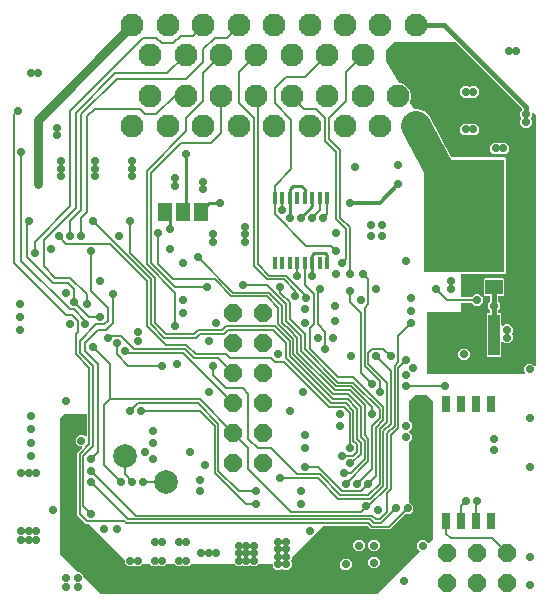
<source format=gbl>
G04 EAGLE Gerber RS-274X export*
G75*
%MOMM*%
%FSLAX34Y34*%
%LPD*%
%INBottom Copper*%
%IPPOS*%
%AMOC8*
5,1,8,0,0,1.08239X$1,22.5*%
G01*
%ADD10R,1.000000X3.400000*%
%ADD11R,6.800000X9.600000*%
%ADD12R,1.500000X1.300000*%
%ADD13C,1.950000*%
%ADD14R,0.685800X1.346200*%
%ADD15R,1.168400X1.600200*%
%ADD16P,1.649562X8X22.500000*%
%ADD17R,0.400000X1.000000*%
%ADD18P,1.649562X8X292.500000*%
%ADD19C,2.000000*%
%ADD20C,0.711200*%
%ADD21C,0.152400*%
%ADD22C,0.254000*%
%ADD23C,0.203200*%
%ADD24C,0.762000*%
%ADD25C,0.406400*%
%ADD26C,0.304800*%
%ADD27C,1.524000*%
%ADD28C,2.540000*%

G36*
X436267Y189489D02*
X436267Y189489D01*
X436296Y189486D01*
X436408Y189509D01*
X436520Y189525D01*
X436546Y189537D01*
X436575Y189542D01*
X436676Y189595D01*
X436779Y189641D01*
X436801Y189660D01*
X436828Y189673D01*
X436910Y189751D01*
X436996Y189825D01*
X437012Y189849D01*
X437034Y189869D01*
X437091Y189967D01*
X437154Y190061D01*
X437163Y190089D01*
X437177Y190114D01*
X437205Y190224D01*
X437239Y190332D01*
X437240Y190362D01*
X437247Y190390D01*
X437244Y190503D01*
X437247Y190616D01*
X437239Y190645D01*
X437238Y190674D01*
X437204Y190782D01*
X437175Y190891D01*
X437160Y190917D01*
X437151Y190945D01*
X437105Y191009D01*
X437030Y191136D01*
X436984Y191179D01*
X436956Y191218D01*
X436498Y191676D01*
X436498Y195674D01*
X439326Y198502D01*
X443324Y198502D01*
X445091Y196735D01*
X445115Y196717D01*
X445134Y196695D01*
X445228Y196632D01*
X445318Y196564D01*
X445346Y196554D01*
X445370Y196537D01*
X445478Y196503D01*
X445584Y196463D01*
X445613Y196460D01*
X445641Y196451D01*
X445755Y196449D01*
X445867Y196439D01*
X445896Y196445D01*
X445925Y196444D01*
X446035Y196473D01*
X446146Y196495D01*
X446172Y196509D01*
X446200Y196516D01*
X446298Y196574D01*
X446398Y196626D01*
X446420Y196646D01*
X446445Y196661D01*
X446522Y196744D01*
X446604Y196822D01*
X446619Y196847D01*
X446639Y196869D01*
X446691Y196969D01*
X446748Y197067D01*
X446755Y197096D01*
X446769Y197122D01*
X446782Y197199D01*
X446818Y197343D01*
X446816Y197405D01*
X446824Y197453D01*
X446824Y408266D01*
X446812Y408353D01*
X446809Y408440D01*
X446792Y408493D01*
X446784Y408547D01*
X446749Y408627D01*
X446722Y408711D01*
X446694Y408750D01*
X446668Y408807D01*
X446572Y408920D01*
X446527Y408984D01*
X444710Y410801D01*
X444686Y410818D01*
X444667Y410841D01*
X444573Y410904D01*
X444483Y410972D01*
X444455Y410982D01*
X444431Y410999D01*
X444323Y411033D01*
X444217Y411073D01*
X444188Y411075D01*
X444160Y411084D01*
X444046Y411087D01*
X443934Y411097D01*
X443905Y411091D01*
X443876Y411092D01*
X443766Y411063D01*
X443655Y411041D01*
X443629Y411027D01*
X443601Y411020D01*
X443503Y410962D01*
X443403Y410910D01*
X443381Y410890D01*
X443356Y410875D01*
X443279Y410792D01*
X443197Y410714D01*
X443182Y410689D01*
X443162Y410667D01*
X443110Y410566D01*
X443053Y410469D01*
X443046Y410440D01*
X443032Y410414D01*
X443019Y410337D01*
X442983Y410193D01*
X442985Y410131D01*
X442977Y410083D01*
X442977Y407576D01*
X442519Y407118D01*
X442484Y407071D01*
X442441Y407031D01*
X442399Y406958D01*
X442348Y406891D01*
X442327Y406836D01*
X442298Y406786D01*
X442277Y406704D01*
X442247Y406625D01*
X442242Y406567D01*
X442228Y406510D01*
X442230Y406426D01*
X442223Y406342D01*
X442235Y406284D01*
X442237Y406226D01*
X442263Y406146D01*
X442279Y406063D01*
X442306Y406011D01*
X442324Y405955D01*
X442364Y405899D01*
X442410Y405811D01*
X442479Y405738D01*
X442519Y405682D01*
X442977Y405224D01*
X442977Y401226D01*
X440149Y398398D01*
X436151Y398398D01*
X433323Y401226D01*
X433323Y405224D01*
X433781Y405682D01*
X433816Y405729D01*
X433859Y405769D01*
X433901Y405842D01*
X433952Y405909D01*
X433973Y405964D01*
X434002Y406014D01*
X434023Y406096D01*
X434053Y406175D01*
X434058Y406233D01*
X434072Y406290D01*
X434070Y406374D01*
X434077Y406458D01*
X434065Y406516D01*
X434063Y406574D01*
X434037Y406654D01*
X434021Y406737D01*
X433994Y406789D01*
X433976Y406845D01*
X433936Y406901D01*
X433890Y406989D01*
X433821Y407062D01*
X433781Y407118D01*
X433323Y407576D01*
X433323Y411574D01*
X434550Y412801D01*
X434602Y412871D01*
X434662Y412935D01*
X434688Y412984D01*
X434721Y413028D01*
X434752Y413110D01*
X434792Y413188D01*
X434800Y413235D01*
X434822Y413294D01*
X434834Y413441D01*
X434847Y413519D01*
X434847Y414136D01*
X434835Y414223D01*
X434832Y414310D01*
X434815Y414363D01*
X434807Y414418D01*
X434772Y414498D01*
X434745Y414581D01*
X434717Y414620D01*
X434691Y414677D01*
X434595Y414791D01*
X434550Y414854D01*
X378786Y470618D01*
X378717Y470670D01*
X378653Y470730D01*
X378603Y470756D01*
X378559Y470789D01*
X378477Y470820D01*
X378400Y470860D01*
X378352Y470868D01*
X378293Y470890D01*
X378146Y470902D01*
X378068Y470915D01*
X327025Y470915D01*
X326938Y470903D01*
X326851Y470900D01*
X326798Y470883D01*
X326744Y470875D01*
X326664Y470840D01*
X326580Y470813D01*
X326541Y470785D01*
X326484Y470759D01*
X326371Y470663D01*
X326307Y470618D01*
X319957Y464268D01*
X319905Y464198D01*
X319845Y464134D01*
X319819Y464085D01*
X319786Y464041D01*
X319755Y463959D01*
X319715Y463881D01*
X319707Y463834D01*
X319685Y463775D01*
X319673Y463627D01*
X319660Y463550D01*
X319660Y455613D01*
X319673Y455519D01*
X319677Y455424D01*
X319692Y455384D01*
X319700Y455331D01*
X319767Y455180D01*
X319794Y455109D01*
X330452Y436457D01*
X330501Y436394D01*
X330542Y436325D01*
X330587Y436282D01*
X330626Y436233D01*
X330690Y436185D01*
X330749Y436131D01*
X330805Y436102D01*
X330855Y436065D01*
X330931Y436038D01*
X331002Y436001D01*
X331055Y435992D01*
X331123Y435968D01*
X331256Y435959D01*
X331333Y435946D01*
X332192Y435946D01*
X336243Y434268D01*
X339343Y431168D01*
X341021Y427117D01*
X341021Y422733D01*
X340065Y420426D01*
X340063Y420418D01*
X340059Y420410D01*
X340028Y420280D01*
X339994Y420151D01*
X339995Y420142D01*
X339993Y420133D01*
X339999Y419999D01*
X340003Y419867D01*
X340005Y419858D01*
X340006Y419849D01*
X340025Y419798D01*
X340089Y419596D01*
X340111Y419564D01*
X340122Y419534D01*
X343067Y414380D01*
X343149Y414275D01*
X343229Y414168D01*
X343236Y414162D01*
X343241Y414155D01*
X343349Y414077D01*
X343455Y413996D01*
X343464Y413993D01*
X343471Y413988D01*
X343596Y413942D01*
X343721Y413894D01*
X343729Y413894D01*
X343738Y413890D01*
X344022Y413871D01*
X344040Y413875D01*
X344056Y413874D01*
X346291Y414111D01*
X351621Y412537D01*
X355944Y409043D01*
X375160Y373726D01*
X375214Y373653D01*
X375261Y373575D01*
X375299Y373539D01*
X375330Y373498D01*
X375402Y373443D01*
X375468Y373381D01*
X375514Y373357D01*
X375556Y373325D01*
X375640Y373292D01*
X375721Y373251D01*
X375766Y373244D01*
X375821Y373222D01*
X375975Y373209D01*
X376052Y373196D01*
X420289Y373196D01*
X421033Y372451D01*
X421033Y275399D01*
X420289Y274654D01*
X384175Y274654D01*
X384117Y274646D01*
X384059Y274648D01*
X383977Y274626D01*
X383894Y274614D01*
X383840Y274591D01*
X383784Y274576D01*
X383711Y274533D01*
X383634Y274498D01*
X383589Y274460D01*
X383539Y274431D01*
X383481Y274369D01*
X383417Y274315D01*
X383385Y274266D01*
X383345Y274223D01*
X383306Y274148D01*
X383260Y274078D01*
X383242Y274022D01*
X383215Y273970D01*
X383204Y273902D01*
X383174Y273807D01*
X383171Y273707D01*
X383160Y273639D01*
X383160Y255714D01*
X383168Y255657D01*
X383166Y255598D01*
X383188Y255517D01*
X383200Y255433D01*
X383224Y255380D01*
X383238Y255323D01*
X383281Y255251D01*
X383316Y255174D01*
X383354Y255129D01*
X383384Y255079D01*
X383445Y255021D01*
X383500Y254957D01*
X383548Y254924D01*
X383591Y254884D01*
X383666Y254846D01*
X383736Y254799D01*
X383792Y254781D01*
X383844Y254755D01*
X383912Y254743D01*
X384007Y254713D01*
X384107Y254711D01*
X384175Y254699D01*
X391915Y254699D01*
X392002Y254711D01*
X392089Y254714D01*
X392142Y254731D01*
X392197Y254739D01*
X392276Y254775D01*
X392360Y254802D01*
X392399Y254830D01*
X392456Y254855D01*
X392569Y254951D01*
X392633Y254997D01*
X394876Y257239D01*
X398874Y257239D01*
X400659Y255455D01*
X400682Y255437D01*
X400701Y255415D01*
X400795Y255352D01*
X400886Y255284D01*
X400913Y255274D01*
X400938Y255257D01*
X401046Y255223D01*
X401151Y255183D01*
X401181Y255180D01*
X401209Y255171D01*
X401322Y255169D01*
X401435Y255159D01*
X401463Y255165D01*
X401493Y255164D01*
X401602Y255193D01*
X401714Y255215D01*
X401740Y255229D01*
X401768Y255236D01*
X401856Y255288D01*
X401848Y255273D01*
X401801Y255203D01*
X401784Y255147D01*
X401757Y255095D01*
X401746Y255027D01*
X401716Y254932D01*
X401713Y254832D01*
X401702Y254764D01*
X401702Y250413D01*
X398874Y247586D01*
X394876Y247586D01*
X392633Y249828D01*
X392563Y249881D01*
X392499Y249941D01*
X392450Y249966D01*
X392406Y249999D01*
X392324Y250030D01*
X392246Y250070D01*
X392199Y250078D01*
X392140Y250101D01*
X391993Y250113D01*
X391915Y250126D01*
X384175Y250126D01*
X384117Y250118D01*
X384059Y250119D01*
X383977Y250098D01*
X383894Y250086D01*
X383840Y250062D01*
X383784Y250047D01*
X383711Y250004D01*
X383634Y249970D01*
X383589Y249932D01*
X383539Y249902D01*
X383481Y249840D01*
X383417Y249786D01*
X383385Y249737D01*
X383345Y249695D01*
X383306Y249620D01*
X383260Y249549D01*
X383242Y249494D01*
X383215Y249442D01*
X383204Y249374D01*
X383174Y249278D01*
X383171Y249179D01*
X383160Y249111D01*
X383160Y242315D01*
X355600Y242315D01*
X355542Y242307D01*
X355484Y242309D01*
X355402Y242287D01*
X355319Y242275D01*
X355265Y242252D01*
X355209Y242237D01*
X355136Y242194D01*
X355059Y242159D01*
X355014Y242121D01*
X354964Y242092D01*
X354906Y242030D01*
X354842Y241976D01*
X354810Y241927D01*
X354770Y241884D01*
X354731Y241809D01*
X354685Y241739D01*
X354667Y241683D01*
X354640Y241631D01*
X354629Y241563D01*
X354599Y241468D01*
X354596Y241368D01*
X354585Y241300D01*
X354585Y190500D01*
X354593Y190442D01*
X354591Y190384D01*
X354613Y190302D01*
X354625Y190219D01*
X354649Y190165D01*
X354663Y190109D01*
X354706Y190036D01*
X354741Y189959D01*
X354779Y189914D01*
X354809Y189864D01*
X354870Y189806D01*
X354925Y189742D01*
X354973Y189710D01*
X355016Y189670D01*
X355091Y189631D01*
X355161Y189585D01*
X355217Y189567D01*
X355269Y189540D01*
X355337Y189529D01*
X355432Y189499D01*
X355532Y189496D01*
X355600Y189485D01*
X436238Y189485D01*
X436267Y189489D01*
G37*
G36*
X312002Y3190D02*
X312002Y3190D01*
X312093Y3198D01*
X312123Y3210D01*
X312155Y3215D01*
X312235Y3258D01*
X312319Y3294D01*
X312351Y3320D01*
X312372Y3331D01*
X312394Y3354D01*
X312450Y3399D01*
X348218Y39167D01*
X348230Y39183D01*
X348245Y39195D01*
X348302Y39283D01*
X348362Y39366D01*
X348368Y39385D01*
X348378Y39402D01*
X348404Y39503D01*
X348434Y39601D01*
X348434Y39621D01*
X348438Y39641D01*
X348430Y39744D01*
X348428Y39847D01*
X348421Y39866D01*
X348419Y39886D01*
X348382Y39974D01*
X348377Y39996D01*
X348368Y40011D01*
X348343Y40078D01*
X348331Y40094D01*
X348323Y40112D01*
X348261Y40190D01*
X348251Y40207D01*
X348240Y40216D01*
X348218Y40243D01*
X346011Y42451D01*
X346011Y46449D01*
X348838Y49277D01*
X352837Y49277D01*
X355044Y47069D01*
X355060Y47058D01*
X355073Y47042D01*
X355160Y46986D01*
X355244Y46926D01*
X355263Y46920D01*
X355280Y46909D01*
X355380Y46884D01*
X355479Y46853D01*
X355499Y46854D01*
X355518Y46849D01*
X355621Y46857D01*
X355725Y46860D01*
X355744Y46867D01*
X355764Y46868D01*
X355858Y46909D01*
X355956Y46944D01*
X355972Y46957D01*
X355990Y46964D01*
X356121Y47069D01*
X359313Y50262D01*
X359366Y50336D01*
X359426Y50405D01*
X359438Y50435D01*
X359457Y50461D01*
X359484Y50548D01*
X359518Y50633D01*
X359522Y50674D01*
X359529Y50697D01*
X359528Y50729D01*
X359536Y50800D01*
X359536Y166688D01*
X359522Y166778D01*
X359514Y166869D01*
X359502Y166898D01*
X359497Y166930D01*
X359454Y167011D01*
X359418Y167095D01*
X359392Y167127D01*
X359381Y167148D01*
X359358Y167170D01*
X359313Y167226D01*
X354551Y171988D01*
X354477Y172041D01*
X354407Y172101D01*
X354377Y172113D01*
X354351Y172132D01*
X354264Y172159D01*
X354179Y172193D01*
X354138Y172197D01*
X354116Y172204D01*
X354084Y172203D01*
X354013Y172211D01*
X344488Y172211D01*
X344397Y172197D01*
X344307Y172189D01*
X344277Y172177D01*
X344245Y172172D01*
X344164Y172129D01*
X344080Y172093D01*
X344048Y172067D01*
X344027Y172056D01*
X344005Y172033D01*
X343949Y171988D01*
X339187Y167226D01*
X339134Y167152D01*
X339074Y167082D01*
X339062Y167052D01*
X339043Y167026D01*
X339016Y166939D01*
X338982Y166854D01*
X338978Y166813D01*
X338971Y166791D01*
X338972Y166759D01*
X338964Y166688D01*
X338964Y150778D01*
X338979Y150688D01*
X338986Y150597D01*
X338998Y150567D01*
X339004Y150535D01*
X339046Y150454D01*
X339082Y150370D01*
X339108Y150338D01*
X339119Y150317D01*
X339142Y150295D01*
X339187Y150239D01*
X341377Y148049D01*
X341377Y144051D01*
X339187Y141861D01*
X339134Y141787D01*
X339074Y141717D01*
X339062Y141687D01*
X339043Y141661D01*
X339016Y141574D01*
X338982Y141489D01*
X338978Y141448D01*
X338971Y141426D01*
X338972Y141394D01*
X338964Y141322D01*
X338964Y141253D01*
X338979Y141163D01*
X338986Y141072D01*
X338998Y141042D01*
X339004Y141010D01*
X339046Y140929D01*
X339082Y140845D01*
X339108Y140813D01*
X339119Y140792D01*
X339142Y140770D01*
X339187Y140714D01*
X341377Y138524D01*
X341377Y134526D01*
X339187Y132336D01*
X339140Y132271D01*
X339125Y132255D01*
X339122Y132248D01*
X339074Y132192D01*
X339062Y132162D01*
X339043Y132136D01*
X339016Y132049D01*
X338982Y131964D01*
X338978Y131923D01*
X338971Y131901D01*
X338972Y131869D01*
X338964Y131797D01*
X338964Y81788D01*
X338967Y81768D01*
X338965Y81749D01*
X338987Y81647D01*
X339004Y81545D01*
X339013Y81528D01*
X339017Y81508D01*
X339070Y81419D01*
X339119Y81328D01*
X339133Y81314D01*
X339143Y81297D01*
X339222Y81230D01*
X339297Y81158D01*
X339315Y81150D01*
X339330Y81137D01*
X339426Y81098D01*
X339520Y81055D01*
X339540Y81053D01*
X339558Y81045D01*
X339725Y81027D01*
X340137Y81027D01*
X342964Y78199D01*
X342964Y74201D01*
X340137Y71373D01*
X336501Y71373D01*
X336411Y71359D01*
X336320Y71351D01*
X336290Y71339D01*
X336258Y71334D01*
X336177Y71291D01*
X336094Y71255D01*
X336061Y71229D01*
X336041Y71218D01*
X336019Y71195D01*
X335963Y71150D01*
X323105Y58292D01*
X307133Y58292D01*
X304562Y60863D01*
X304488Y60916D01*
X304419Y60976D01*
X304388Y60988D01*
X304362Y61007D01*
X304275Y61034D01*
X304190Y61068D01*
X304149Y61072D01*
X304127Y61079D01*
X304095Y61078D01*
X304024Y61086D01*
X266700Y61086D01*
X266610Y61072D01*
X266519Y61064D01*
X266489Y61052D01*
X266457Y61047D01*
X266377Y61004D01*
X266293Y60968D01*
X266261Y60942D01*
X266240Y60931D01*
X266218Y60908D01*
X266162Y60863D01*
X240000Y34701D01*
X239947Y34627D01*
X239887Y34558D01*
X239875Y34528D01*
X239856Y34502D01*
X239829Y34415D01*
X239795Y34330D01*
X239791Y34289D01*
X239784Y34266D01*
X239785Y34234D01*
X239777Y34163D01*
X239777Y32926D01*
X239139Y32288D01*
X239128Y32272D01*
X239112Y32260D01*
X239056Y32172D01*
X238996Y32089D01*
X238990Y32070D01*
X238979Y32053D01*
X238954Y31952D01*
X238923Y31853D01*
X238924Y31834D01*
X238919Y31814D01*
X238927Y31711D01*
X238930Y31608D01*
X238937Y31589D01*
X238938Y31569D01*
X238979Y31474D01*
X239014Y31377D01*
X239027Y31361D01*
X239035Y31343D01*
X239139Y31212D01*
X239777Y30574D01*
X239777Y26576D01*
X236949Y23748D01*
X232951Y23748D01*
X232313Y24386D01*
X232297Y24397D01*
X232285Y24413D01*
X232197Y24469D01*
X232114Y24529D01*
X232095Y24535D01*
X232078Y24546D01*
X231977Y24571D01*
X231878Y24602D01*
X231859Y24601D01*
X231839Y24606D01*
X231736Y24598D01*
X231633Y24595D01*
X231614Y24588D01*
X231594Y24587D01*
X231499Y24546D01*
X231402Y24511D01*
X231386Y24498D01*
X231368Y24490D01*
X231237Y24386D01*
X230599Y23748D01*
X226601Y23748D01*
X223773Y26576D01*
X223773Y28575D01*
X223770Y28595D01*
X223772Y28614D01*
X223750Y28716D01*
X223734Y28818D01*
X223724Y28835D01*
X223720Y28855D01*
X223667Y28944D01*
X223618Y29035D01*
X223604Y29049D01*
X223594Y29066D01*
X223515Y29133D01*
X223440Y29205D01*
X223422Y29213D01*
X223407Y29226D01*
X223311Y29265D01*
X223217Y29308D01*
X223197Y29310D01*
X223179Y29318D01*
X223012Y29336D01*
X212690Y29336D01*
X212600Y29322D01*
X212509Y29314D01*
X212479Y29302D01*
X212447Y29297D01*
X212367Y29254D01*
X212283Y29218D01*
X212251Y29192D01*
X212230Y29181D01*
X212208Y29158D01*
X212152Y29113D01*
X209962Y26923D01*
X205963Y26923D01*
X205326Y27561D01*
X205310Y27572D01*
X205297Y27588D01*
X205210Y27644D01*
X205126Y27704D01*
X205107Y27710D01*
X205090Y27721D01*
X204990Y27746D01*
X204891Y27777D01*
X204871Y27776D01*
X204852Y27781D01*
X204749Y27773D01*
X204645Y27770D01*
X204626Y27763D01*
X204607Y27762D01*
X204512Y27721D01*
X204414Y27686D01*
X204398Y27673D01*
X204380Y27665D01*
X204249Y27561D01*
X203612Y26923D01*
X199613Y26923D01*
X198976Y27561D01*
X198960Y27572D01*
X198947Y27588D01*
X198860Y27644D01*
X198776Y27704D01*
X198757Y27710D01*
X198740Y27721D01*
X198640Y27746D01*
X198541Y27777D01*
X198521Y27776D01*
X198502Y27781D01*
X198399Y27773D01*
X198295Y27770D01*
X198276Y27763D01*
X198257Y27762D01*
X198162Y27721D01*
X198064Y27686D01*
X198048Y27673D01*
X198030Y27665D01*
X197899Y27561D01*
X197262Y26923D01*
X193263Y26923D01*
X191073Y29113D01*
X190999Y29166D01*
X190930Y29226D01*
X190900Y29238D01*
X190873Y29257D01*
X190786Y29284D01*
X190702Y29318D01*
X190661Y29322D01*
X190638Y29329D01*
X190606Y29328D01*
X190535Y29336D01*
X155540Y29336D01*
X155450Y29322D01*
X155359Y29314D01*
X155329Y29302D01*
X155297Y29297D01*
X155217Y29254D01*
X155133Y29218D01*
X155101Y29192D01*
X155080Y29181D01*
X155058Y29158D01*
X155002Y29113D01*
X152812Y26923D01*
X148813Y26923D01*
X148176Y27561D01*
X148160Y27572D01*
X148147Y27588D01*
X148060Y27644D01*
X147976Y27704D01*
X147957Y27710D01*
X147940Y27721D01*
X147840Y27746D01*
X147741Y27777D01*
X147721Y27776D01*
X147702Y27781D01*
X147599Y27773D01*
X147495Y27770D01*
X147476Y27763D01*
X147456Y27762D01*
X147362Y27721D01*
X147264Y27686D01*
X147248Y27673D01*
X147230Y27665D01*
X147099Y27561D01*
X146462Y26923D01*
X142463Y26923D01*
X140273Y29113D01*
X140199Y29166D01*
X140130Y29226D01*
X140100Y29238D01*
X140073Y29257D01*
X139986Y29284D01*
X139902Y29318D01*
X139861Y29322D01*
X139838Y29329D01*
X139806Y29328D01*
X139735Y29336D01*
X134903Y29336D01*
X134813Y29322D01*
X134722Y29314D01*
X134692Y29302D01*
X134660Y29297D01*
X134579Y29254D01*
X134495Y29218D01*
X134463Y29192D01*
X134442Y29181D01*
X134420Y29158D01*
X134364Y29113D01*
X132174Y26923D01*
X128176Y26923D01*
X127538Y27561D01*
X127522Y27572D01*
X127510Y27588D01*
X127422Y27644D01*
X127339Y27704D01*
X127320Y27710D01*
X127303Y27721D01*
X127202Y27746D01*
X127103Y27777D01*
X127084Y27776D01*
X127064Y27781D01*
X126961Y27773D01*
X126858Y27770D01*
X126839Y27763D01*
X126819Y27762D01*
X126724Y27721D01*
X126627Y27686D01*
X126611Y27673D01*
X126593Y27665D01*
X126462Y27561D01*
X125824Y26923D01*
X121826Y26923D01*
X119636Y29113D01*
X119562Y29166D01*
X119492Y29226D01*
X119462Y29238D01*
X119436Y29257D01*
X119349Y29284D01*
X119264Y29318D01*
X119223Y29322D01*
X119201Y29329D01*
X119169Y29328D01*
X119097Y29336D01*
X114265Y29336D01*
X114175Y29322D01*
X114084Y29314D01*
X114054Y29302D01*
X114022Y29297D01*
X113942Y29254D01*
X113858Y29218D01*
X113826Y29192D01*
X113805Y29181D01*
X113783Y29158D01*
X113727Y29113D01*
X111537Y26923D01*
X107538Y26923D01*
X106901Y27561D01*
X106885Y27572D01*
X106872Y27588D01*
X106785Y27644D01*
X106701Y27704D01*
X106682Y27710D01*
X106665Y27721D01*
X106565Y27746D01*
X106466Y27777D01*
X106446Y27776D01*
X106427Y27781D01*
X106324Y27773D01*
X106220Y27770D01*
X106201Y27763D01*
X106181Y27762D01*
X106087Y27721D01*
X105989Y27686D01*
X105973Y27673D01*
X105955Y27665D01*
X105824Y27561D01*
X105187Y26923D01*
X101188Y26923D01*
X98361Y29751D01*
X98361Y32575D01*
X98346Y32666D01*
X98339Y32756D01*
X98326Y32786D01*
X98321Y32818D01*
X98278Y32899D01*
X98243Y32983D01*
X98217Y33015D01*
X98206Y33036D01*
X98183Y33058D01*
X98138Y33114D01*
X68420Y62832D01*
X68346Y62885D01*
X68276Y62944D01*
X68246Y62957D01*
X68220Y62975D01*
X68133Y63002D01*
X68048Y63036D01*
X68007Y63041D01*
X67985Y63048D01*
X67953Y63047D01*
X67881Y63055D01*
X65833Y63055D01*
X58292Y70595D01*
X58292Y123080D01*
X62437Y127224D01*
X62478Y127282D01*
X62528Y127334D01*
X62550Y127381D01*
X62580Y127423D01*
X62601Y127492D01*
X62631Y127557D01*
X62637Y127609D01*
X62652Y127659D01*
X62651Y127730D01*
X62658Y127801D01*
X62647Y127852D01*
X62646Y127904D01*
X62621Y127972D01*
X62606Y128042D01*
X62579Y128087D01*
X62562Y128135D01*
X62517Y128191D01*
X62480Y128253D01*
X62440Y128287D01*
X62408Y128327D01*
X62348Y128366D01*
X62293Y128413D01*
X62245Y128432D01*
X62201Y128460D01*
X62132Y128478D01*
X62065Y128505D01*
X61994Y128513D01*
X61962Y128521D01*
X61939Y128519D01*
X61898Y128523D01*
X59913Y128523D01*
X57086Y131351D01*
X57086Y135349D01*
X59913Y138177D01*
X63912Y138177D01*
X64930Y137158D01*
X64988Y137116D01*
X65040Y137067D01*
X65088Y137045D01*
X65130Y137015D01*
X65198Y136994D01*
X65264Y136963D01*
X65315Y136958D01*
X65365Y136942D01*
X65437Y136944D01*
X65508Y136936D01*
X65559Y136947D01*
X65611Y136949D01*
X65678Y136973D01*
X65748Y136989D01*
X65793Y137015D01*
X65842Y137033D01*
X65898Y137078D01*
X65959Y137115D01*
X65993Y137154D01*
X66034Y137187D01*
X66073Y137247D01*
X66119Y137302D01*
X66139Y137350D01*
X66167Y137394D01*
X66184Y137463D01*
X66211Y137530D01*
X66219Y137601D01*
X66227Y137632D01*
X66225Y137656D01*
X66230Y137697D01*
X66230Y155575D01*
X66227Y155595D01*
X66229Y155614D01*
X66207Y155716D01*
X66190Y155818D01*
X66181Y155835D01*
X66176Y155855D01*
X66123Y155944D01*
X66075Y156035D01*
X66061Y156049D01*
X66050Y156066D01*
X65972Y156133D01*
X65897Y156205D01*
X65879Y156213D01*
X65863Y156226D01*
X65767Y156265D01*
X65674Y156308D01*
X65654Y156310D01*
X65635Y156318D01*
X65469Y156336D01*
X47625Y156336D01*
X47535Y156322D01*
X47444Y156314D01*
X47414Y156302D01*
X47382Y156297D01*
X47302Y156254D01*
X47218Y156218D01*
X47186Y156192D01*
X47165Y156181D01*
X47143Y156158D01*
X47087Y156113D01*
X43912Y152938D01*
X43859Y152864D01*
X43799Y152795D01*
X43787Y152765D01*
X43768Y152739D01*
X43741Y152652D01*
X43707Y152567D01*
X43703Y152526D01*
X43696Y152503D01*
X43697Y152471D01*
X43689Y152400D01*
X43689Y38100D01*
X43704Y38010D01*
X43711Y37919D01*
X43723Y37889D01*
X43729Y37857D01*
X43771Y37777D01*
X43807Y37693D01*
X43833Y37661D01*
X43844Y37640D01*
X43867Y37618D01*
X43912Y37562D01*
X58961Y22512D01*
X59035Y22459D01*
X59105Y22400D01*
X59135Y22387D01*
X59161Y22369D01*
X59248Y22342D01*
X59333Y22308D01*
X59374Y22303D01*
X59396Y22296D01*
X59428Y22297D01*
X59500Y22289D01*
X60737Y22289D01*
X63564Y19462D01*
X63564Y18225D01*
X63579Y18134D01*
X63586Y18044D01*
X63599Y18014D01*
X63604Y17982D01*
X63647Y17901D01*
X63682Y17817D01*
X63708Y17785D01*
X63719Y17764D01*
X63742Y17742D01*
X63787Y17686D01*
X78075Y3399D01*
X78149Y3346D01*
X78218Y3286D01*
X78248Y3274D01*
X78274Y3255D01*
X78361Y3228D01*
X78446Y3194D01*
X78487Y3190D01*
X78510Y3183D01*
X78542Y3184D01*
X78613Y3176D01*
X311912Y3176D01*
X312002Y3190D01*
G37*
%LPC*%
G36*
X405636Y204654D02*
X405636Y204654D01*
X404892Y205399D01*
X404892Y240451D01*
X405636Y241196D01*
X406845Y241196D01*
X406902Y241204D01*
X406961Y241202D01*
X407042Y241224D01*
X407126Y241236D01*
X407179Y241259D01*
X407236Y241274D01*
X407308Y241317D01*
X407385Y241352D01*
X407430Y241390D01*
X407480Y241419D01*
X407538Y241481D01*
X407602Y241535D01*
X407635Y241584D01*
X407675Y241627D01*
X407713Y241702D01*
X407760Y241772D01*
X407778Y241828D01*
X407804Y241880D01*
X407816Y241948D01*
X407846Y242043D01*
X407848Y242143D01*
X407860Y242211D01*
X407860Y243706D01*
X407848Y243793D01*
X407845Y243880D01*
X407828Y243933D01*
X407820Y243988D01*
X407784Y244067D01*
X407757Y244151D01*
X407729Y244190D01*
X407704Y244247D01*
X407608Y244360D01*
X407562Y244424D01*
X406336Y245651D01*
X406336Y249649D01*
X407562Y250876D01*
X407615Y250946D01*
X407675Y251010D01*
X407700Y251059D01*
X407733Y251103D01*
X407764Y251185D01*
X407804Y251263D01*
X407812Y251310D01*
X407835Y251369D01*
X407847Y251516D01*
X407860Y251594D01*
X407860Y254764D01*
X407852Y254822D01*
X407853Y254880D01*
X407832Y254962D01*
X407820Y255046D01*
X407796Y255099D01*
X407781Y255155D01*
X407738Y255228D01*
X407704Y255305D01*
X407666Y255350D01*
X407636Y255400D01*
X407574Y255458D01*
X407520Y255522D01*
X407471Y255554D01*
X407429Y255594D01*
X407354Y255633D01*
X407283Y255680D01*
X407228Y255697D01*
X407176Y255724D01*
X407108Y255735D01*
X407012Y255765D01*
X406913Y255768D01*
X406845Y255779D01*
X402717Y255779D01*
X402659Y255771D01*
X402601Y255773D01*
X402519Y255751D01*
X402435Y255739D01*
X402382Y255716D01*
X402326Y255701D01*
X402253Y255658D01*
X402239Y255651D01*
X402258Y255689D01*
X402316Y255787D01*
X402323Y255816D01*
X402336Y255842D01*
X402349Y255919D01*
X402386Y256063D01*
X402384Y256125D01*
X402392Y256173D01*
X402392Y270576D01*
X403136Y271321D01*
X419189Y271321D01*
X419933Y270576D01*
X419933Y256524D01*
X419189Y255779D01*
X415480Y255779D01*
X415423Y255771D01*
X415364Y255773D01*
X415283Y255751D01*
X415199Y255739D01*
X415146Y255716D01*
X415089Y255701D01*
X415017Y255658D01*
X414940Y255623D01*
X414895Y255585D01*
X414845Y255556D01*
X414787Y255494D01*
X414723Y255440D01*
X414690Y255391D01*
X414650Y255348D01*
X414612Y255273D01*
X414565Y255203D01*
X414547Y255147D01*
X414521Y255095D01*
X414509Y255027D01*
X414479Y254932D01*
X414477Y254832D01*
X414465Y254764D01*
X414465Y251594D01*
X414477Y251507D01*
X414480Y251420D01*
X414497Y251367D01*
X414505Y251312D01*
X414541Y251233D01*
X414568Y251149D01*
X414596Y251110D01*
X414621Y251053D01*
X414717Y250940D01*
X414763Y250876D01*
X415989Y249649D01*
X415989Y245651D01*
X414763Y244424D01*
X414710Y244354D01*
X414650Y244290D01*
X414625Y244241D01*
X414592Y244197D01*
X414561Y244115D01*
X414521Y244037D01*
X414513Y243990D01*
X414490Y243931D01*
X414478Y243784D01*
X414465Y243706D01*
X414465Y242211D01*
X414472Y242163D01*
X414472Y242161D01*
X414473Y242159D01*
X414473Y242153D01*
X414472Y242095D01*
X414493Y242013D01*
X414505Y241929D01*
X414529Y241876D01*
X414544Y241820D01*
X414587Y241747D01*
X414621Y241670D01*
X414659Y241625D01*
X414689Y241575D01*
X414751Y241517D01*
X414805Y241453D01*
X414854Y241421D01*
X414896Y241381D01*
X414971Y241342D01*
X415042Y241295D01*
X415097Y241278D01*
X415149Y241251D01*
X415217Y241240D01*
X415313Y241210D01*
X415412Y241207D01*
X415480Y241196D01*
X416689Y241196D01*
X417433Y240451D01*
X417433Y231448D01*
X417437Y231419D01*
X417435Y231389D01*
X417457Y231278D01*
X417473Y231166D01*
X417485Y231140D01*
X417491Y231111D01*
X417543Y231010D01*
X417589Y230907D01*
X417608Y230884D01*
X417622Y230858D01*
X417700Y230776D01*
X417773Y230690D01*
X417797Y230674D01*
X417818Y230652D01*
X417915Y230595D01*
X418010Y230532D01*
X418038Y230523D01*
X418063Y230509D01*
X418172Y230481D01*
X418281Y230446D01*
X418310Y230446D01*
X418338Y230439D01*
X418451Y230442D01*
X418565Y230439D01*
X418593Y230447D01*
X418623Y230448D01*
X418731Y230482D01*
X418840Y230511D01*
X418865Y230526D01*
X418893Y230535D01*
X418957Y230581D01*
X419084Y230656D01*
X419127Y230702D01*
X419166Y230730D01*
X420276Y231839D01*
X424274Y231839D01*
X427102Y229012D01*
X427102Y225013D01*
X426644Y224555D01*
X426609Y224509D01*
X426566Y224468D01*
X426524Y224396D01*
X426473Y224328D01*
X426452Y224274D01*
X426423Y224223D01*
X426402Y224142D01*
X426372Y224063D01*
X426367Y224004D01*
X426353Y223948D01*
X426355Y223863D01*
X426348Y223779D01*
X426360Y223722D01*
X426362Y223663D01*
X426388Y223583D01*
X426404Y223501D01*
X426431Y223449D01*
X426449Y223393D01*
X426489Y223337D01*
X426535Y223248D01*
X426604Y223176D01*
X426644Y223120D01*
X427102Y222662D01*
X427102Y218663D01*
X424274Y215836D01*
X420276Y215836D01*
X419166Y216945D01*
X419143Y216963D01*
X419124Y216985D01*
X419030Y217048D01*
X418939Y217116D01*
X418912Y217126D01*
X418887Y217143D01*
X418779Y217177D01*
X418674Y217217D01*
X418644Y217220D01*
X418616Y217229D01*
X418503Y217231D01*
X418390Y217241D01*
X418362Y217235D01*
X418332Y217236D01*
X418223Y217207D01*
X418111Y217185D01*
X418085Y217171D01*
X418057Y217164D01*
X417960Y217106D01*
X417859Y217054D01*
X417838Y217034D01*
X417813Y217019D01*
X417735Y216936D01*
X417653Y216858D01*
X417638Y216833D01*
X417618Y216811D01*
X417567Y216711D01*
X417509Y216613D01*
X417502Y216584D01*
X417489Y216558D01*
X417476Y216481D01*
X417439Y216337D01*
X417441Y216275D01*
X417433Y216227D01*
X417433Y205399D01*
X416689Y204654D01*
X405636Y204654D01*
G37*
%LPD*%
%LPC*%
G36*
X385351Y423798D02*
X385351Y423798D01*
X382523Y426626D01*
X382523Y430624D01*
X385351Y433452D01*
X389349Y433452D01*
X389807Y432994D01*
X389854Y432959D01*
X389894Y432916D01*
X389967Y432874D01*
X390034Y432823D01*
X390089Y432802D01*
X390139Y432773D01*
X390221Y432752D01*
X390300Y432722D01*
X390358Y432717D01*
X390415Y432703D01*
X390499Y432705D01*
X390583Y432698D01*
X390641Y432710D01*
X390699Y432712D01*
X390779Y432738D01*
X390862Y432754D01*
X390914Y432781D01*
X390970Y432799D01*
X391026Y432839D01*
X391114Y432885D01*
X391187Y432954D01*
X391243Y432994D01*
X391701Y433452D01*
X395699Y433452D01*
X398527Y430624D01*
X398527Y426626D01*
X395699Y423798D01*
X391701Y423798D01*
X391243Y424256D01*
X391196Y424291D01*
X391156Y424334D01*
X391083Y424376D01*
X391016Y424427D01*
X390961Y424448D01*
X390911Y424477D01*
X390829Y424498D01*
X390750Y424528D01*
X390692Y424533D01*
X390635Y424547D01*
X390551Y424545D01*
X390467Y424552D01*
X390409Y424540D01*
X390351Y424538D01*
X390271Y424512D01*
X390188Y424496D01*
X390136Y424469D01*
X390080Y424451D01*
X390024Y424411D01*
X389936Y424365D01*
X389863Y424296D01*
X389807Y424256D01*
X389349Y423798D01*
X385351Y423798D01*
G37*
%LPD*%
%LPC*%
G36*
X385351Y392048D02*
X385351Y392048D01*
X382523Y394876D01*
X382523Y398874D01*
X385351Y401702D01*
X389349Y401702D01*
X389807Y401244D01*
X389854Y401209D01*
X389894Y401166D01*
X389967Y401124D01*
X390034Y401073D01*
X390089Y401052D01*
X390139Y401023D01*
X390221Y401002D01*
X390300Y400972D01*
X390358Y400967D01*
X390415Y400953D01*
X390499Y400955D01*
X390583Y400948D01*
X390641Y400960D01*
X390699Y400962D01*
X390779Y400988D01*
X390862Y401004D01*
X390914Y401031D01*
X390970Y401049D01*
X391026Y401089D01*
X391114Y401135D01*
X391187Y401204D01*
X391243Y401244D01*
X391701Y401702D01*
X395699Y401702D01*
X398527Y398874D01*
X398527Y394876D01*
X395699Y392048D01*
X391701Y392048D01*
X391243Y392506D01*
X391196Y392541D01*
X391156Y392584D01*
X391083Y392626D01*
X391016Y392677D01*
X390961Y392698D01*
X390911Y392727D01*
X390829Y392748D01*
X390750Y392778D01*
X390692Y392783D01*
X390635Y392797D01*
X390551Y392795D01*
X390467Y392802D01*
X390409Y392790D01*
X390351Y392788D01*
X390271Y392762D01*
X390188Y392746D01*
X390136Y392719D01*
X390080Y392701D01*
X390024Y392661D01*
X389936Y392615D01*
X389863Y392546D01*
X389807Y392506D01*
X389349Y392048D01*
X385351Y392048D01*
G37*
%LPD*%
%LPC*%
G36*
X410751Y376173D02*
X410751Y376173D01*
X407923Y379001D01*
X407923Y382999D01*
X410751Y385827D01*
X414749Y385827D01*
X415207Y385369D01*
X415254Y385334D01*
X415294Y385291D01*
X415367Y385249D01*
X415434Y385198D01*
X415489Y385177D01*
X415539Y385148D01*
X415621Y385127D01*
X415700Y385097D01*
X415758Y385092D01*
X415815Y385078D01*
X415899Y385080D01*
X415983Y385073D01*
X416041Y385085D01*
X416099Y385087D01*
X416179Y385113D01*
X416262Y385129D01*
X416314Y385156D01*
X416370Y385174D01*
X416426Y385214D01*
X416514Y385260D01*
X416587Y385329D01*
X416643Y385369D01*
X417101Y385827D01*
X421099Y385827D01*
X423927Y382999D01*
X423927Y379001D01*
X421099Y376173D01*
X417101Y376173D01*
X416643Y376631D01*
X416596Y376666D01*
X416556Y376709D01*
X416483Y376751D01*
X416416Y376802D01*
X416361Y376823D01*
X416311Y376852D01*
X416229Y376873D01*
X416150Y376903D01*
X416092Y376908D01*
X416035Y376922D01*
X415951Y376920D01*
X415867Y376927D01*
X415809Y376915D01*
X415751Y376913D01*
X415671Y376887D01*
X415588Y376871D01*
X415536Y376844D01*
X415480Y376826D01*
X415424Y376786D01*
X415336Y376740D01*
X415263Y376671D01*
X415207Y376631D01*
X414749Y376173D01*
X410751Y376173D01*
G37*
%LPD*%
%LPC*%
G36*
X383763Y201548D02*
X383763Y201548D01*
X380936Y204376D01*
X380936Y208374D01*
X383763Y211202D01*
X387762Y211202D01*
X390589Y208374D01*
X390589Y204376D01*
X387762Y201548D01*
X383763Y201548D01*
G37*
%LPD*%
%LPC*%
G36*
X294863Y39623D02*
X294863Y39623D01*
X292036Y42451D01*
X292036Y46449D01*
X294863Y49277D01*
X298862Y49277D01*
X301689Y46449D01*
X301689Y42451D01*
X298862Y39623D01*
X294863Y39623D01*
G37*
%LPD*%
%LPC*%
G36*
X307563Y39623D02*
X307563Y39623D01*
X304736Y42451D01*
X304736Y46449D01*
X307563Y49277D01*
X311562Y49277D01*
X314389Y46449D01*
X314389Y42451D01*
X311562Y39623D01*
X307563Y39623D01*
G37*
%LPD*%
%LPC*%
G36*
X307563Y25336D02*
X307563Y25336D01*
X304736Y28163D01*
X304736Y32162D01*
X307563Y34989D01*
X311562Y34989D01*
X314389Y32162D01*
X314389Y28163D01*
X311562Y25336D01*
X307563Y25336D01*
G37*
%LPD*%
%LPC*%
G36*
X283751Y23748D02*
X283751Y23748D01*
X280923Y26576D01*
X280923Y30574D01*
X283751Y33402D01*
X287749Y33402D01*
X290577Y30574D01*
X290577Y26576D01*
X287749Y23748D01*
X283751Y23748D01*
G37*
%LPD*%
D10*
X411163Y222925D03*
X360363Y222925D03*
D11*
X385763Y323925D03*
D12*
X411163Y263550D03*
X411163Y282550D03*
D13*
X345000Y484925D03*
X315000Y484925D03*
X285000Y484925D03*
X255000Y484925D03*
X225000Y484925D03*
X195000Y484925D03*
X165000Y484925D03*
X135000Y484925D03*
X105000Y484925D03*
X330000Y459925D03*
X300000Y459925D03*
X270000Y459925D03*
X240000Y459925D03*
X210000Y459925D03*
X180000Y459925D03*
X150000Y459925D03*
X120000Y459925D03*
X330000Y424925D03*
X300000Y424925D03*
X270000Y424925D03*
X240000Y424925D03*
X210000Y424925D03*
X180000Y424925D03*
X150000Y424925D03*
X120000Y424925D03*
X345000Y399925D03*
X315000Y399925D03*
X285000Y399925D03*
X255000Y399925D03*
X225000Y399925D03*
X195000Y399925D03*
X165000Y399925D03*
X135000Y399925D03*
X105000Y399925D03*
D14*
X409050Y164138D03*
X370950Y164138D03*
X396350Y164138D03*
X383650Y164138D03*
X409050Y65713D03*
X370950Y65713D03*
X396350Y65713D03*
X383650Y65713D03*
D15*
X132398Y327025D03*
X147638Y327025D03*
X162878Y327025D03*
D16*
X371475Y12700D03*
X371475Y38100D03*
X396875Y12700D03*
X396875Y38100D03*
X422275Y12700D03*
X422275Y38100D03*
D17*
X269880Y283650D03*
X263530Y283650D03*
X257180Y283650D03*
X250830Y283650D03*
X244470Y283650D03*
X238120Y283650D03*
X231770Y283650D03*
X225420Y283650D03*
X225420Y338650D03*
X231770Y338650D03*
X238120Y338650D03*
X244470Y338650D03*
X250830Y338650D03*
X257180Y338650D03*
X263530Y338650D03*
X269880Y338650D03*
D18*
X190500Y241300D03*
X215900Y241300D03*
X190500Y215900D03*
X215900Y215900D03*
X190500Y190500D03*
X215900Y190500D03*
X190500Y165100D03*
X215900Y165100D03*
X190500Y139700D03*
X215900Y139700D03*
X190500Y114300D03*
X215900Y114300D03*
D19*
X98425Y120650D03*
X133350Y98425D03*
D20*
X77788Y268288D03*
X93663Y306388D03*
X142875Y198438D03*
X169863Y174625D03*
X58738Y17463D03*
X58738Y9525D03*
X49213Y9525D03*
X36513Y295275D03*
X41275Y392113D03*
X136525Y295275D03*
X9525Y249238D03*
X19050Y131763D03*
X19050Y120650D03*
X19050Y142875D03*
X19050Y153988D03*
X17463Y106363D03*
X11113Y106363D03*
X23813Y106363D03*
X38100Y74613D03*
X153988Y123825D03*
X296863Y44450D03*
X234950Y41275D03*
X307181Y315913D03*
X316706Y306388D03*
X200025Y301625D03*
X173038Y301625D03*
X104775Y357188D03*
X73025Y357188D03*
X44450Y363538D03*
X341313Y242888D03*
X290513Y204788D03*
X276225Y247650D03*
X374650Y268288D03*
X374650Y261938D03*
X44450Y357188D03*
X73025Y363538D03*
X104775Y363538D03*
X141288Y349250D03*
X173038Y307975D03*
X311150Y261938D03*
X441325Y152400D03*
X309563Y30163D03*
X334963Y14288D03*
X228600Y41275D03*
X228600Y34925D03*
X49213Y17463D03*
X238125Y158750D03*
X330200Y366713D03*
X165100Y346075D03*
X228600Y206375D03*
X411163Y134938D03*
X169863Y217488D03*
X147638Y241300D03*
X147638Y252413D03*
X41275Y398463D03*
X141288Y355600D03*
X165100Y352425D03*
X73025Y369888D03*
X104775Y369888D03*
X200025Y307975D03*
X200025Y314325D03*
X441325Y34925D03*
X387350Y82550D03*
X247650Y90488D03*
X247650Y79375D03*
X423863Y463550D03*
X430213Y463550D03*
X19050Y444500D03*
X25400Y444500D03*
X44450Y369888D03*
X412750Y381000D03*
X419100Y381000D03*
D21*
X383650Y78313D02*
X383650Y65713D01*
X383650Y78313D02*
X387350Y82550D01*
D20*
X280988Y146050D03*
X316706Y315913D03*
X307181Y306388D03*
X422275Y227013D03*
X422275Y220663D03*
X441325Y111125D03*
X166688Y112713D03*
X9525Y238125D03*
X9525Y227013D03*
X238125Y322263D03*
D22*
X238120Y322268D02*
X238120Y338650D01*
X238120Y322268D02*
X238125Y322263D01*
X257175Y283655D02*
X257180Y283650D01*
D20*
X257175Y273050D03*
D22*
X257175Y283655D01*
D20*
X122238Y131763D03*
X122238Y117475D03*
X61913Y133350D03*
D22*
X269880Y283650D02*
X269880Y290508D01*
X268288Y292100D01*
X258763Y292100D01*
X257180Y290518D02*
X257180Y283650D01*
X257180Y290518D02*
X258763Y292100D01*
X250830Y338650D02*
X250830Y346070D01*
X247650Y349250D01*
X241300Y349250D01*
X238120Y346070D02*
X238120Y338650D01*
X238120Y346070D02*
X241300Y349250D01*
D20*
X234950Y47625D03*
X228600Y47625D03*
X234950Y34925D03*
X163513Y38100D03*
X169863Y38100D03*
X176213Y38100D03*
X103188Y31750D03*
X109538Y31750D03*
X293688Y365125D03*
X261938Y220663D03*
X250825Y138113D03*
X250825Y244475D03*
X228600Y28575D03*
X234950Y28575D03*
X255588Y57150D03*
X312738Y74613D03*
X123825Y31750D03*
X130175Y31750D03*
X144463Y31750D03*
X150813Y31750D03*
X123825Y47625D03*
X130175Y47625D03*
X144463Y47625D03*
X150813Y47625D03*
X161925Y90488D03*
X109538Y225425D03*
X52388Y231775D03*
X109538Y217488D03*
X298450Y252413D03*
X276225Y234950D03*
X201613Y31750D03*
X195263Y38100D03*
X195263Y31750D03*
X201613Y38100D03*
X207963Y38100D03*
X147638Y284163D03*
X250825Y233363D03*
X411163Y125413D03*
X441325Y193675D03*
X385763Y206375D03*
X396875Y82550D03*
X250825Y127000D03*
X309563Y44450D03*
X176213Y233363D03*
D21*
X396350Y81488D02*
X396350Y65713D01*
X396350Y81488D02*
X396875Y82550D01*
D20*
X136525Y312738D03*
D22*
X136525Y322898D01*
X132398Y327025D01*
D20*
X280988Y155575D03*
X350838Y44450D03*
X247650Y322263D03*
D22*
X257180Y331793D02*
X257180Y338650D01*
X257180Y331793D02*
X247650Y322263D01*
D20*
X231775Y328613D03*
X277813Y274638D03*
X285750Y28575D03*
X441325Y11113D03*
D21*
X231775Y338645D02*
X231770Y338650D01*
D20*
X387350Y396875D03*
X393700Y396875D03*
X195263Y44450D03*
X201613Y44450D03*
X207963Y44450D03*
D21*
X231775Y328613D02*
X231775Y338645D01*
D20*
X207963Y31750D03*
X122238Y141288D03*
X115888Y123825D03*
X92075Y58738D03*
X80963Y58738D03*
X161925Y100013D03*
X69850Y293688D03*
X69850Y71438D03*
D23*
X69850Y260350D02*
X69850Y293688D01*
X69850Y260350D02*
X84138Y246063D01*
X84138Y234950D01*
X80963Y231775D01*
X74613Y231775D01*
X60325Y217488D01*
X60325Y207963D01*
X71438Y196850D01*
X71438Y128588D01*
X63500Y120650D01*
X63500Y77788D01*
X69850Y71438D01*
D20*
X66675Y249238D03*
D23*
X66675Y257175D01*
X52388Y271463D01*
X39688Y271463D01*
X30163Y280988D01*
X30163Y303213D01*
X57150Y330200D01*
X57150Y411163D01*
X90488Y444500D01*
X134575Y444500D01*
X150000Y459925D01*
D20*
X52388Y306388D03*
D23*
X52388Y319088D01*
X61913Y328613D01*
X61913Y409575D01*
X92075Y439738D01*
X150813Y439738D01*
X165100Y454025D01*
X165100Y465138D01*
X174625Y474663D01*
X184738Y474663D01*
X195000Y484925D01*
D20*
X61913Y306388D03*
D23*
X61913Y322263D01*
X66675Y327025D01*
X66675Y407988D01*
X73025Y414338D01*
X111125Y414338D01*
X115888Y409575D01*
X125413Y409575D01*
X140763Y424925D02*
X150000Y424925D01*
X140763Y424925D02*
X125413Y409575D01*
D20*
X49213Y258763D03*
X22225Y292100D03*
D23*
X22225Y301625D01*
X52388Y331788D01*
X52388Y412750D01*
X114300Y474663D01*
X125413Y474663D01*
X130175Y469900D01*
X139700Y469900D01*
X146050Y476250D01*
X156325Y476250D01*
X165000Y484925D01*
D20*
X95250Y98425D03*
X71438Y212725D03*
X303213Y77788D03*
D21*
X304800Y77788D01*
X320675Y93663D01*
X320675Y139700D01*
X327025Y146050D01*
X327025Y196850D01*
X330200Y200025D01*
X330200Y222250D01*
X341313Y233363D01*
D20*
X341313Y233363D03*
D21*
X303213Y77788D02*
X298450Y73025D01*
X239713Y73025D01*
X203200Y109538D01*
X203200Y127000D01*
X190500Y139700D01*
X161925Y168275D01*
X85725Y168275D01*
X80963Y112713D02*
X95250Y98425D01*
X80963Y112713D02*
X80963Y163513D01*
X85725Y168275D01*
X85725Y198438D01*
X71438Y212725D01*
D20*
X11113Y377825D03*
D23*
X65088Y234950D02*
X65088Y231775D01*
X65088Y234950D02*
X55563Y244475D01*
X52388Y244475D01*
X11113Y285750D01*
X11113Y377825D01*
D20*
X65088Y231775D03*
X55563Y250825D03*
X77788Y238125D03*
D23*
X68263Y238125D02*
X55563Y250825D01*
X68263Y238125D02*
X77788Y238125D01*
D20*
X17463Y319088D03*
D23*
X55563Y261938D02*
X55563Y250825D01*
X55563Y261938D02*
X50800Y266700D01*
X38100Y266700D01*
X15875Y288925D01*
X15875Y317500D01*
X17463Y319088D01*
D20*
X98425Y209550D03*
D21*
X100013Y207963D02*
X147638Y207963D01*
X100013Y207963D02*
X98425Y209550D01*
X147638Y207963D02*
X190500Y165100D01*
D20*
X92075Y215900D03*
X130175Y196850D03*
D21*
X101600Y196850D01*
X92075Y206375D01*
X92075Y215900D01*
D20*
X84138Y220663D03*
D21*
X85725Y222250D01*
X95250Y222250D01*
X106363Y211138D01*
X149225Y211138D01*
X157163Y203200D01*
X177800Y203200D01*
X190500Y190500D01*
D20*
X49213Y166688D03*
D23*
X65088Y215900D02*
X76200Y227013D01*
X82550Y227013D01*
X88900Y233363D01*
X88900Y257175D01*
D20*
X88900Y257175D03*
D23*
X65088Y215900D02*
X65088Y209550D01*
X76200Y198438D01*
X76200Y123825D01*
X69850Y117475D01*
D20*
X69850Y117475D03*
X69850Y98425D03*
X328613Y76200D03*
D21*
X315913Y63500D01*
X309563Y63500D01*
X306388Y66675D01*
X101600Y66675D01*
X69850Y98425D01*
D20*
X336550Y285750D03*
X336550Y188913D03*
X341313Y254000D03*
X342900Y195263D03*
X230188Y101600D03*
X311150Y204788D03*
D21*
X317500Y141288D02*
X317500Y95250D01*
X317500Y141288D02*
X323850Y147638D01*
X323850Y192088D01*
X311150Y204788D01*
X306388Y84138D02*
X279400Y84138D01*
X261938Y101600D01*
X230188Y101600D01*
X306388Y84138D02*
X317500Y95250D01*
D20*
X141288Y230188D03*
D21*
X141288Y258763D01*
X117475Y282575D01*
X117475Y361950D01*
X150813Y395288D01*
X150813Y406400D01*
X165100Y420688D01*
X165100Y445025D01*
X180000Y459925D01*
D20*
X242888Y255588D03*
D21*
X242888Y260350D01*
X233363Y269875D01*
X219075Y269875D01*
X207963Y280988D01*
X207963Y406400D01*
X195263Y419100D01*
X195263Y445188D01*
X210000Y459925D01*
D20*
X69850Y107950D03*
X336550Y201613D03*
D21*
X307975Y69850D02*
X107950Y69850D01*
X307975Y69850D02*
X311150Y66675D01*
X314325Y66675D01*
X320675Y73025D01*
X320675Y88900D01*
X323850Y92075D01*
X323850Y138113D01*
X330200Y144463D01*
X330200Y195263D01*
X336550Y201613D01*
X107950Y69850D02*
X69850Y107950D01*
D20*
X173038Y196850D03*
X323850Y204788D03*
D21*
X314325Y142875D02*
X314325Y96838D01*
X314325Y142875D02*
X320675Y149225D01*
X320675Y182563D01*
X304800Y198438D01*
X304800Y207963D01*
X307975Y211138D01*
X317500Y211138D01*
X323850Y204788D01*
X314325Y96838D02*
X304800Y87313D01*
X280988Y87313D01*
X263525Y104775D01*
X244475Y104775D01*
X222250Y127000D01*
X211138Y127000D01*
X203200Y134938D01*
X203200Y173038D01*
X173038Y188913D02*
X173038Y196850D01*
X173038Y188913D02*
X184150Y177800D01*
X198438Y177800D01*
X203200Y173038D01*
X258763Y231775D02*
X258763Y257175D01*
X258763Y231775D02*
X255588Y228600D01*
X255588Y211138D01*
X279400Y187325D01*
X292100Y187325D01*
X317500Y161925D01*
X317500Y150813D01*
X311150Y144463D01*
X311150Y103188D01*
X304800Y96838D01*
D20*
X304800Y96838D03*
X250825Y111125D03*
D21*
X298450Y90488D02*
X304800Y96838D01*
X298450Y90488D02*
X282575Y90488D01*
X261938Y111125D01*
X250825Y111125D01*
X250830Y265108D02*
X250830Y283650D01*
X250830Y265108D02*
X258763Y257175D01*
D20*
X249238Y174625D03*
X252413Y254000D03*
D21*
X252413Y255588D01*
X234950Y273050D01*
X220663Y273050D01*
X211138Y282575D01*
X211138Y423788D01*
X210000Y424925D01*
D20*
X168275Y263525D03*
D21*
X141288Y263525D01*
X120650Y284163D01*
X120650Y360363D01*
X146050Y385763D01*
X171450Y385763D01*
X180000Y394313D01*
X180000Y424925D01*
D20*
X282575Y284163D03*
D21*
X285750Y287338D01*
X285750Y312738D01*
X277813Y320675D01*
X277813Y377825D01*
X268288Y406400D02*
X260350Y414338D01*
X250588Y414338D01*
X240000Y424925D01*
X268288Y387350D02*
X277813Y377825D01*
X268288Y387350D02*
X268288Y406400D01*
D20*
X263525Y261938D03*
X268288Y211138D03*
D21*
X261938Y260350D02*
X263525Y261938D01*
X261938Y260350D02*
X261938Y231775D01*
X268288Y225425D01*
X268288Y211138D01*
D20*
X42863Y306388D03*
D21*
X49213Y300038D01*
X85725Y300038D01*
X117475Y268288D01*
X117475Y230188D01*
X133350Y214313D01*
X150813Y214313D01*
X158750Y206375D01*
X184150Y206375D01*
X187325Y203200D01*
X222250Y203200D01*
X225425Y200025D01*
X233363Y200025D01*
X271463Y161925D01*
X284163Y161925D01*
X288925Y157163D01*
X288925Y127000D01*
D20*
X288925Y127000D03*
X71438Y319088D03*
D21*
X120650Y269875D01*
X120650Y231775D01*
X131763Y220663D01*
X158750Y220663D01*
X161925Y223838D01*
X182563Y223838D01*
X185738Y227013D01*
X223838Y227013D01*
X225425Y225425D01*
X234950Y215900D01*
X234950Y203200D01*
X273050Y165100D01*
X285750Y165100D01*
X292100Y158750D01*
X292100Y133350D01*
X295275Y130175D01*
X295275Y123825D01*
X292100Y120650D01*
X282575Y120650D01*
D20*
X282575Y120650D03*
X25400Y357188D03*
X25400Y350838D03*
D24*
X25400Y357188D01*
X25400Y405325D01*
X105000Y484925D01*
D25*
X438150Y415925D02*
X438150Y409575D01*
X438150Y415925D02*
X369150Y484925D01*
D20*
X438150Y403225D03*
X438150Y409575D03*
D25*
X369150Y484925D02*
X345000Y484925D01*
D20*
X257175Y322263D03*
D21*
X263530Y328618D02*
X263530Y338650D01*
X263530Y328618D02*
X257175Y322263D01*
D20*
X266700Y322263D03*
D21*
X269880Y325443D02*
X269880Y338650D01*
X269880Y325443D02*
X266700Y322263D01*
D20*
X288925Y334963D03*
X330200Y350838D03*
D26*
X314325Y334963D02*
X288925Y334963D01*
X314325Y334963D02*
X330200Y350838D01*
D20*
X361950Y261938D03*
X396875Y252413D03*
D23*
X371475Y252413D01*
X361950Y261938D01*
D27*
X385763Y323925D02*
X381000Y333763D01*
D28*
X345000Y399925D01*
D25*
X411163Y296938D02*
X411163Y282550D01*
X411163Y296938D02*
X385763Y323925D01*
D20*
X160338Y288925D03*
D21*
X190500Y258763D01*
X220663Y258763D01*
X231775Y247650D01*
X231775Y233363D01*
X238125Y227013D01*
X244475Y220663D01*
X244475Y207963D01*
X276225Y176213D01*
X288925Y176213D01*
X301625Y163513D01*
X301625Y138113D01*
X304800Y134938D01*
X304800Y115888D01*
X285750Y96838D01*
D20*
X285750Y96838D03*
X230188Y263525D03*
D21*
X230188Y258763D01*
X238125Y250825D01*
X238125Y236538D01*
X247650Y227013D01*
X250825Y223838D01*
X250825Y211138D01*
X279400Y182563D01*
X292100Y182563D01*
X314325Y160338D01*
X314325Y152400D01*
X307975Y146050D01*
X307975Y109538D01*
X295275Y96838D01*
D20*
X295275Y96838D03*
X198438Y265113D03*
D21*
X219075Y265113D01*
X234950Y249238D01*
X234950Y234950D01*
X247650Y222250D01*
X247650Y209550D01*
X277813Y179388D01*
X290513Y179388D01*
X307975Y161925D01*
X307975Y155575D01*
D20*
X307975Y155575D03*
X103188Y319088D03*
D21*
X103188Y292100D01*
X123825Y271463D01*
X123825Y233363D01*
X133350Y223838D01*
X157163Y223838D01*
X160338Y227013D01*
X180975Y227013D01*
X184150Y230188D01*
X225425Y230188D01*
X238125Y217488D01*
X238125Y204788D01*
X274638Y168275D01*
X287338Y168275D01*
X295275Y160338D01*
X295275Y134938D01*
X298450Y131763D01*
X298450Y122238D01*
X290513Y114300D01*
X288925Y114300D01*
D20*
X288925Y114300D03*
X127000Y309563D03*
D21*
X127000Y282575D01*
X139700Y269875D01*
X174625Y269875D01*
X188913Y255588D01*
X219075Y255588D01*
X228600Y246063D01*
X228600Y231775D01*
X236538Y223838D01*
X241300Y219075D01*
X241300Y206375D01*
X274638Y173038D01*
X287338Y173038D01*
X298450Y161925D01*
X298450Y136525D01*
X301625Y133350D01*
X301625Y117475D01*
X290513Y106363D01*
X284163Y106363D01*
D20*
X284163Y106363D03*
D21*
X239713Y363538D02*
X239713Y404813D01*
X239713Y363538D02*
X225420Y349245D01*
X239713Y404813D02*
X225425Y419100D01*
X225425Y431800D01*
X234950Y441325D01*
X251400Y441325D01*
X270000Y459925D01*
D20*
X277813Y293688D03*
D21*
X252413Y298450D02*
X225420Y325443D01*
X252413Y298450D02*
X273050Y298450D01*
X277813Y293688D01*
X225420Y338650D02*
X225420Y349245D01*
X225420Y338650D02*
X225420Y325443D01*
D20*
X288925Y274638D03*
D21*
X288925Y314325D01*
X280988Y322263D01*
X280988Y379413D01*
X271463Y388938D01*
X271463Y406400D01*
X285750Y420688D01*
X285750Y445600D01*
X300000Y459925D01*
D20*
X300038Y274638D03*
X314325Y174625D03*
D21*
X304800Y269875D02*
X300038Y274638D01*
X304800Y269875D02*
X304800Y249238D01*
X301625Y246063D01*
X301625Y196850D01*
X314325Y184150D01*
X314325Y174625D01*
D20*
X244475Y273050D03*
D21*
X244470Y273055D02*
X244470Y283650D01*
X244470Y273055D02*
X244475Y273050D01*
D20*
X288925Y260350D03*
X307975Y180975D03*
D21*
X288925Y250825D02*
X288925Y260350D01*
X288925Y250825D02*
X298450Y241300D01*
X298450Y190500D01*
X307975Y180975D01*
D20*
X150813Y376238D03*
D22*
X150813Y330200D02*
X147638Y327025D01*
X150813Y330200D02*
X150813Y376238D01*
D20*
X338138Y76200D03*
D21*
X322263Y60325D01*
X307975Y60325D01*
X304800Y63500D01*
X100013Y63500D01*
X98425Y65088D01*
X66675Y65088D01*
X60325Y71438D01*
X60325Y122238D01*
X68263Y130175D01*
X68263Y195263D01*
X57150Y206375D01*
X57150Y223838D01*
X58738Y225425D01*
X58738Y234950D01*
X53975Y239713D01*
X49213Y239713D01*
X4763Y284163D01*
X4763Y409575D01*
D20*
X7938Y412750D03*
D21*
X4763Y409575D01*
X336550Y179388D02*
X369888Y179388D01*
D20*
X369888Y179388D03*
X336550Y179388D03*
X112713Y158750D03*
D21*
X161925Y158750D01*
X174625Y146050D01*
X174625Y106363D01*
X201613Y79375D01*
D20*
X209550Y79375D03*
D21*
X201613Y79375D01*
D20*
X103188Y158750D03*
D21*
X109538Y165100D01*
X160338Y165100D01*
X177800Y147638D01*
X177800Y107950D01*
X195263Y90488D01*
X209550Y90488D01*
D20*
X209550Y90488D03*
D21*
X370950Y65713D02*
X371475Y68363D01*
X370950Y65713D02*
X370950Y54500D01*
X374650Y50800D01*
X409575Y50800D01*
X422275Y38100D01*
D20*
X23813Y49213D03*
X17463Y49213D03*
X11113Y49213D03*
X11113Y57150D03*
X17463Y57150D03*
X23813Y57150D03*
X179388Y334963D03*
D22*
X169863Y334963D01*
X162878Y327978D02*
X162878Y327025D01*
X162878Y327978D02*
X169863Y334963D01*
D20*
X277813Y309563D03*
X387350Y428625D03*
X393700Y428625D03*
D25*
X411163Y247650D02*
X411163Y222925D01*
X411163Y247650D02*
X411163Y263550D01*
D20*
X411163Y247650D03*
X336550Y136525D03*
X336550Y146050D03*
X412750Y412750D03*
X419100Y412750D03*
X61913Y149225D03*
X274638Y220663D03*
X346075Y166688D03*
X255588Y41275D03*
X261938Y41275D03*
X268288Y41275D03*
X352425Y166688D03*
X104775Y98425D03*
D21*
X98425Y104775D02*
X98425Y120650D01*
X98425Y104775D02*
X104775Y98425D01*
D20*
X114300Y98425D03*
D21*
X133350Y98425D01*
M02*

</source>
